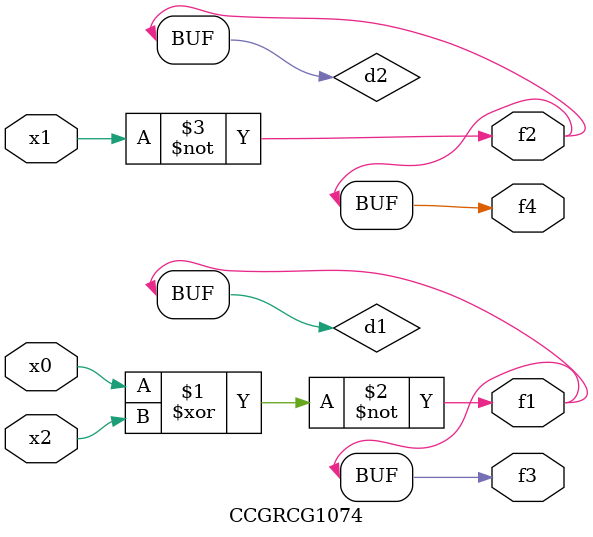
<source format=v>
module CCGRCG1074(
	input x0, x1, x2,
	output f1, f2, f3, f4
);

	wire d1, d2, d3;

	xnor (d1, x0, x2);
	nand (d2, x1);
	nor (d3, x1, x2);
	assign f1 = d1;
	assign f2 = d2;
	assign f3 = d1;
	assign f4 = d2;
endmodule

</source>
